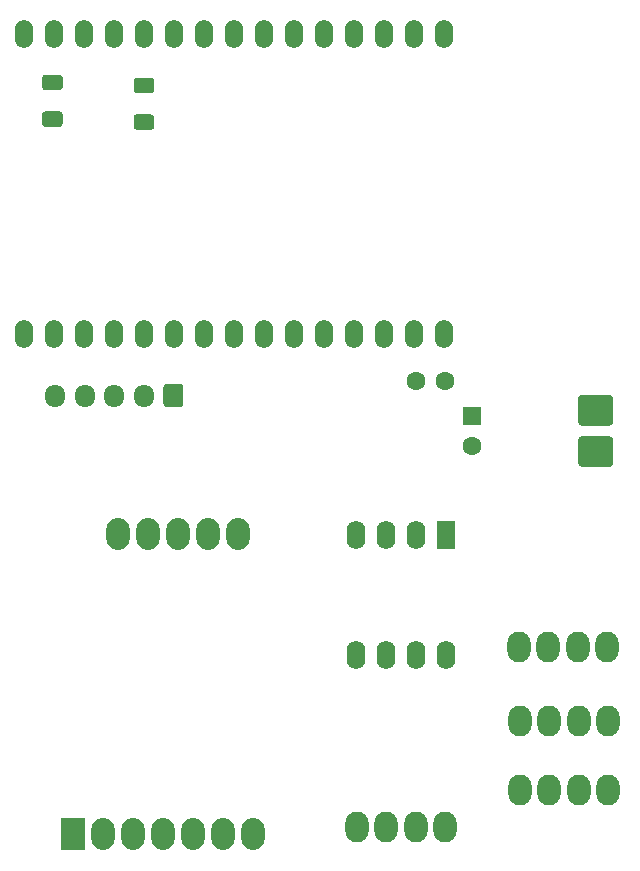
<source format=gbr>
%TF.GenerationSoftware,KiCad,Pcbnew,(5.1.9)-1*%
%TF.CreationDate,2021-02-27T18:17:11+05:30*%
%TF.ProjectId,ESP_PCB,4553505f-5043-4422-9e6b-696361645f70,rev?*%
%TF.SameCoordinates,Original*%
%TF.FileFunction,Soldermask,Bot*%
%TF.FilePolarity,Negative*%
%FSLAX46Y46*%
G04 Gerber Fmt 4.6, Leading zero omitted, Abs format (unit mm)*
G04 Created by KiCad (PCBNEW (5.1.9)-1) date 2021-02-27 18:17:11*
%MOMM*%
%LPD*%
G01*
G04 APERTURE LIST*
%ADD10R,2.000000X2.700000*%
%ADD11O,2.000000X2.700000*%
%ADD12O,1.700000X1.950000*%
%ADD13O,2.000000X2.600000*%
%ADD14C,1.600000*%
%ADD15O,1.600000X2.400000*%
%ADD16R,1.600000X2.400000*%
%ADD17R,1.600000X1.600000*%
%ADD18O,1.524000X2.400000*%
G04 APERTURE END LIST*
%TO.C,R1*%
G36*
G01*
X146125000Y-63250000D02*
X144875000Y-63250000D01*
G75*
G02*
X144625000Y-63000000I0J250000D01*
G01*
X144625000Y-62200000D01*
G75*
G02*
X144875000Y-61950000I250000J0D01*
G01*
X146125000Y-61950000D01*
G75*
G02*
X146375000Y-62200000I0J-250000D01*
G01*
X146375000Y-63000000D01*
G75*
G02*
X146125000Y-63250000I-250000J0D01*
G01*
G37*
G36*
G01*
X146125000Y-60150000D02*
X144875000Y-60150000D01*
G75*
G02*
X144625000Y-59900000I0J250000D01*
G01*
X144625000Y-59100000D01*
G75*
G02*
X144875000Y-58850000I250000J0D01*
G01*
X146125000Y-58850000D01*
G75*
G02*
X146375000Y-59100000I0J-250000D01*
G01*
X146375000Y-59900000D01*
G75*
G02*
X146125000Y-60150000I-250000J0D01*
G01*
G37*
%TD*%
%TO.C,R2*%
G36*
G01*
X138375000Y-63000000D02*
X137125000Y-63000000D01*
G75*
G02*
X136875000Y-62750000I0J250000D01*
G01*
X136875000Y-61950000D01*
G75*
G02*
X137125000Y-61700000I250000J0D01*
G01*
X138375000Y-61700000D01*
G75*
G02*
X138625000Y-61950000I0J-250000D01*
G01*
X138625000Y-62750000D01*
G75*
G02*
X138375000Y-63000000I-250000J0D01*
G01*
G37*
G36*
G01*
X138375000Y-59900000D02*
X137125000Y-59900000D01*
G75*
G02*
X136875000Y-59650000I0J250000D01*
G01*
X136875000Y-58850000D01*
G75*
G02*
X137125000Y-58600000I250000J0D01*
G01*
X138375000Y-58600000D01*
G75*
G02*
X138625000Y-58850000I0J-250000D01*
G01*
X138625000Y-59650000D01*
G75*
G02*
X138375000Y-59900000I-250000J0D01*
G01*
G37*
%TD*%
D10*
%TO.C,U2*%
X139530000Y-122900000D03*
D11*
X153500000Y-97500000D03*
X150960000Y-97500000D03*
X148420000Y-97500000D03*
X145880000Y-97500000D03*
X143340000Y-97500000D03*
X154770000Y-122900000D03*
X152230000Y-122900000D03*
X149690000Y-122900000D03*
X147150000Y-122900000D03*
X144610000Y-122900000D03*
X142070000Y-122900000D03*
%TD*%
%TO.C,J1*%
G36*
G01*
X184925000Y-88300000D02*
X182575000Y-88300000D01*
G75*
G02*
X182250000Y-87975000I0J325000D01*
G01*
X182250000Y-86025000D01*
G75*
G02*
X182575000Y-85700000I325000J0D01*
G01*
X184925000Y-85700000D01*
G75*
G02*
X185250000Y-86025000I0J-325000D01*
G01*
X185250000Y-87975000D01*
G75*
G02*
X184925000Y-88300000I-325000J0D01*
G01*
G37*
G36*
G01*
X184925000Y-91800000D02*
X182575000Y-91800000D01*
G75*
G02*
X182250000Y-91475000I0J325000D01*
G01*
X182250000Y-89525000D01*
G75*
G02*
X182575000Y-89200000I325000J0D01*
G01*
X184925000Y-89200000D01*
G75*
G02*
X185250000Y-89525000I0J-325000D01*
G01*
X185250000Y-91475000D01*
G75*
G02*
X184925000Y-91800000I-325000J0D01*
G01*
G37*
%TD*%
D12*
%TO.C,J4*%
X138000000Y-85750000D03*
X140500000Y-85750000D03*
X143000000Y-85750000D03*
X145500000Y-85750000D03*
G36*
G01*
X148850000Y-85025000D02*
X148850000Y-86475000D01*
G75*
G02*
X148600000Y-86725000I-250000J0D01*
G01*
X147400000Y-86725000D01*
G75*
G02*
X147150000Y-86475000I0J250000D01*
G01*
X147150000Y-85025000D01*
G75*
G02*
X147400000Y-84775000I250000J0D01*
G01*
X148600000Y-84775000D01*
G75*
G02*
X148850000Y-85025000I0J-250000D01*
G01*
G37*
%TD*%
D13*
%TO.C,J6*%
X184750000Y-107000000D03*
X182250000Y-107000000D03*
X179750000Y-107000000D03*
X177250000Y-107000000D03*
%TD*%
D14*
%TO.C,C2*%
X168500000Y-84500000D03*
X171000000Y-84500000D03*
%TD*%
D15*
%TO.C,U1*%
X171040000Y-107750000D03*
X163420000Y-97590000D03*
X168500000Y-107750000D03*
X165960000Y-97590000D03*
X165960000Y-107750000D03*
X168500000Y-97590000D03*
X163420000Y-107750000D03*
D16*
X171040000Y-97590000D03*
%TD*%
D13*
%TO.C,J5*%
X184814999Y-113274999D03*
X182314999Y-113274999D03*
X179814999Y-113274999D03*
X177314999Y-113274999D03*
%TD*%
D14*
%TO.C,C1*%
X173250000Y-90000000D03*
D17*
X173250000Y-87500000D03*
%TD*%
D13*
%TO.C,J3*%
X171000000Y-122250000D03*
X168500000Y-122250000D03*
X166000000Y-122250000D03*
X163500000Y-122250000D03*
%TD*%
%TO.C,J2*%
X177314999Y-119124999D03*
X179814999Y-119124999D03*
X182314999Y-119124999D03*
X184814999Y-119124999D03*
%TD*%
D18*
%TO.C,U3*%
X158230000Y-80570000D03*
X137910000Y-80570000D03*
X140450000Y-80570000D03*
X150610000Y-80570000D03*
X153150000Y-80570000D03*
X168390000Y-80570000D03*
X170930000Y-80570000D03*
X155690000Y-80570000D03*
X135370000Y-80570000D03*
X148070000Y-80570000D03*
X163310000Y-80570000D03*
X160770000Y-80570000D03*
X145530000Y-80570000D03*
X165850000Y-80570000D03*
X142990000Y-80570000D03*
X170930000Y-55170000D03*
X168390000Y-55170000D03*
X165850000Y-55170000D03*
X163310000Y-55170000D03*
X160770000Y-55170000D03*
X158230000Y-55170000D03*
X155690000Y-55170000D03*
X153150000Y-55170000D03*
X150610000Y-55170000D03*
X148070000Y-55170000D03*
X145530000Y-55170000D03*
X142990000Y-55170000D03*
X140450000Y-55170000D03*
X137910000Y-55170000D03*
X135370000Y-55170000D03*
%TD*%
M02*

</source>
